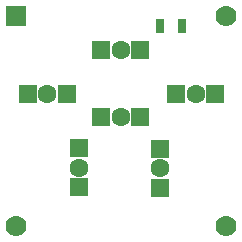
<source format=gbr>
G04 #@! TF.FileFunction,Soldermask,Bot*
%FSLAX46Y46*%
G04 Gerber Fmt 4.6, Leading zero omitted, Abs format (unit mm)*
G04 Created by KiCad (PCBNEW 4.0.7-e2-6376~61~ubuntu18.04.1) date Fri Aug 17 14:47:14 2018*
%MOMM*%
%LPD*%
G01*
G04 APERTURE LIST*
%ADD10C,0.100000*%
%ADD11R,1.500000X1.500000*%
%ADD12C,1.600000*%
%ADD13R,1.778000X1.778000*%
%ADD14C,1.778000*%
%ADD15R,0.700000X1.300000*%
G04 APERTURE END LIST*
D10*
D11*
X151820400Y-110666800D03*
X151820400Y-107366800D03*
D12*
X151820400Y-109016800D03*
D11*
X144962400Y-110616000D03*
X144962400Y-107316000D03*
D12*
X144962400Y-108966000D03*
D11*
X153167600Y-102768400D03*
X156467600Y-102768400D03*
D12*
X154817600Y-102768400D03*
D11*
X146817600Y-104698800D03*
X150117600Y-104698800D03*
D12*
X148467600Y-104698800D03*
D11*
X146817600Y-99009200D03*
X150117600Y-99009200D03*
D12*
X148467600Y-99009200D03*
D11*
X140569200Y-102768400D03*
X143869200Y-102768400D03*
D12*
X142219200Y-102768400D03*
D13*
X139611100Y-96113600D03*
D14*
X157391100Y-96113600D03*
X139611100Y-113893600D03*
X157391100Y-113893600D03*
D15*
X151775000Y-97000000D03*
X153675000Y-97000000D03*
M02*

</source>
